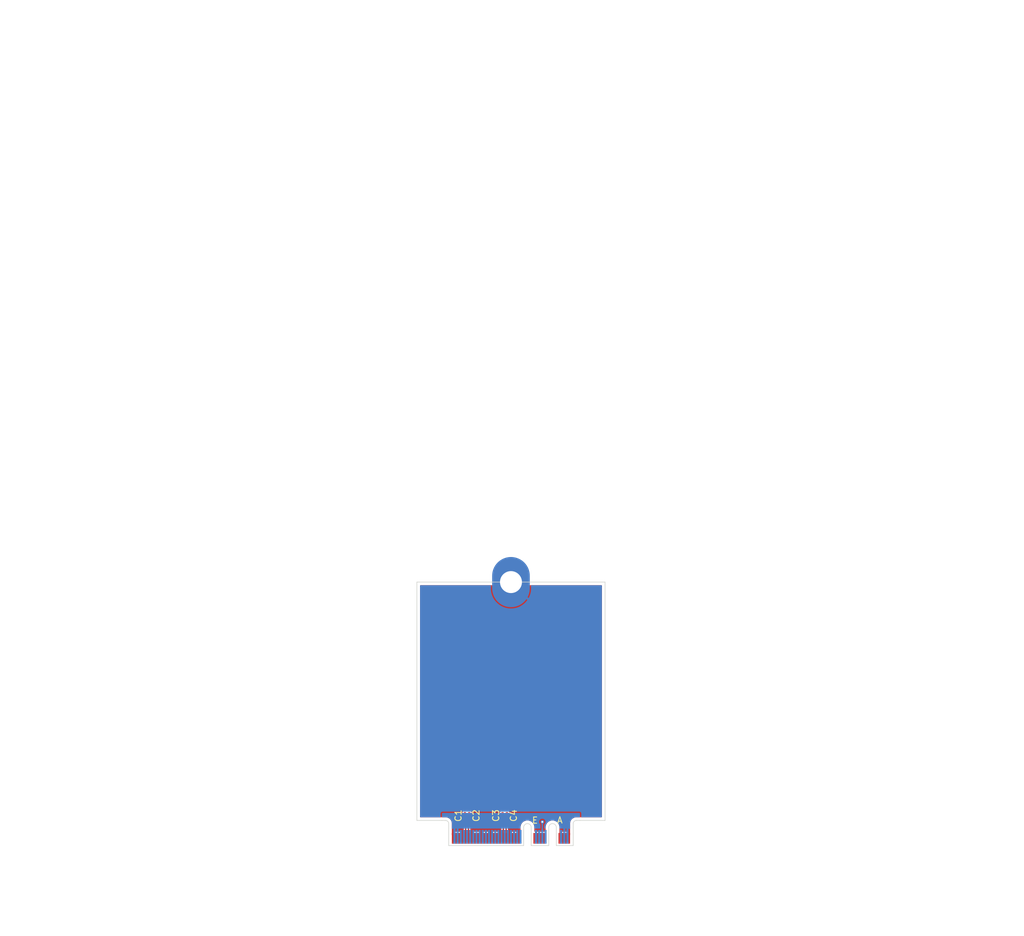
<source format=kicad_pcb>
(kicad_pcb (version 20241229) (generator "pcbnew") (generator_version "9.0")
  (layers (0 "F.Cu" signal) (2 "B.Cu" signal) (13 "F.Paste" user) (15 "B.Paste" user) (5 "F.SilkS" user "F.Silkscreen") (7 "B.SilkS" user "B.Silkscreen") (1 "F.Mask" user) (3 "B.Mask" user) (25 "Edge.Cuts" user))
  (net 0 "")
  (net 1 "GND")
  (net 2 "/M.2 A+E Key/PET1P")
  (net 3 "/M.2 A+E Key/PET0N")
  (net 4 "/M.2 A+E Key/PET1N")
  (net 5 "/M.2 A+E Key/PET0P")
  (net 6 "/PET0-")
  (net 7 "+3.3V")
  (net 8 "/USB_D+")
  (net 9 "/USB_D-")
  (net 10 "/LED#1")
  (net 11 "/LED#2")
  (net 20 "/PER0-")
  (net 22 "/PER0+")
  (net 28 "/REFCLK0+")
  (net 30 "/REFCLK0-")
  (net 31 "/SUSCLK")
  (net 32 "/PERST0#")
  (net 33 "/CLKREQ0#")
  (net 34 "/W_DISABLE2#")
  (net 35 "/PEWAKE#")
  (net 36 "/W_DISABLE1#")
  (net 37 "/I2C_DATA")
  (net 38 "/PER1+")
  (net 39 "/I2C_CLK")
  (net 40 "/PER1-")
  (net 41 "/ALERT#")
  (net 43 "/PERST1#")
  (net 44 "/CLKREQ1#")
  (net 45 "/PEWAKE1#")
  (net 46 "/REFCLK1+")
  (net 47 "/REFCLK1-")
  (net 48 "/PET0+")
  (net 49 "/PET1-")
  (net 50 "/PET1+")
  (footprint "Capacitor_SMD:C_0201_0603Metric" (layer "F.Cu") (at 102.36 153.13 90)
    (property "Reference" "C2" (at 0 1.11 90) (layer "F.SilkS"))
    (property "Value" "220nF")
    (pad "1" smd roundrect (at -0.32 0 90) (size 0.46 0.4) (layers "F.Cu" "F.Mask") (net 2 "/M.2 A+E Key/PET1P"))
    (pad "2" smd roundrect (at 0.32 0 90) (size 0.46 0.4) (layers "F.Cu" "F.Mask") (net 50 "/PET1+"))
  )
  (footprint "Athena KiCAd library:M.2 Mounting Pad" (layer "F.Cu") (at 109.01 115.9)
    (property "Reference" "H1")
    (property "Value" "MountingHole_Pad")
    (pad "1" thru_hole circle (at 0 0) (size 5.5 5.5) (drill 3.5) (property pad_prop_castellated) (layers "*.Cu" "*.Mask") (net 1 "GND") (padstack (mode front_inner_back) (layer "Inner" (shape circle) (size 5.5 5.5)) (layer "B.Cu" (shape oval) (size 6 8))))
  )
  (footprint "Capacitor_SMD:C_0201_0603Metric" (layer "F.Cu") (at 108.36 153.13 90)
    (property "Reference" "C4" (at 0 1.07 90) (layer "F.SilkS"))
    (property "Value" "220nF")
    (pad "1" smd roundrect (at -0.32 0 90) (size 0.46 0.4) (layers "F.Cu" "F.Mask") (net 5 "/M.2 A+E Key/PET0P"))
    (pad "2" smd roundrect (at 0.32 0 90) (size 0.46 0.4) (layers "F.Cu" "F.Mask") (net 48 "/PET0+"))
  )
  (footprint "Capacitor_SMD:C_0201_0603Metric" (layer "F.Cu") (at 101.66 153.13 90)
    (property "Reference" "C1" (at 0 -1.05 90) (layer "F.SilkS"))
    (property "Value" "220nF")
    (pad "1" smd roundrect (at -0.32 0 90) (size 0.46 0.4) (layers "F.Cu" "F.Mask") (net 4 "/M.2 A+E Key/PET1N"))
    (pad "2" smd roundrect (at 0.32 0 90) (size 0.46 0.4) (layers "F.Cu" "F.Mask") (net 49 "/PET1-"))
  )
  (footprint "Capacitor_SMD:C_0201_0603Metric" (layer "F.Cu") (at 107.66 153.13 90)
    (property "Reference" "C3" (at 0 -1.05 90) (layer "F.SilkS"))
    (property "Value" "220nF")
    (pad "1" smd roundrect (at -0.32 0 90) (size 0.46 0.4) (layers "F.Cu" "F.Mask") (net 3 "/M.2 A+E Key/PET0N"))
    (pad "2" smd roundrect (at 0.32 0 90) (size 0.46 0.4) (layers "F.Cu" "F.Mask") (net 6 "/PET0-"))
  )
  (footprint "PCIexpress:M.2 A+E Key Connector" (layer "F.Cu") (at 109.01 156.79)
    (property "Reference" "J1")
    (property "Value" "~")
    (fp_line (start -11 -2.89) (end -10.425 -2.89) (stroke (width 0.1)) (layer "Edge.Cuts") (net 1))
    (fp_line (start -9.925 -2.39) (end -9.925 1.11) (stroke (width 0.1)) (layer "Edge.Cuts") (net 1))
    (fp_line (start 2.025 -1.79) (end 2.025 1.11) (stroke (width 0.1)) (layer "Edge.Cuts") (net 1))
    (fp_line (start 2.025 1.11) (end -9.925 1.11) (stroke (width 0.1)) (layer "Edge.Cuts") (net 1))
    (fp_line (start 3.225 -1.79) (end 3.225 1.11) (stroke (width 0.1)) (layer "Edge.Cuts") (net 1))
    (fp_line (start 3.225 1.11) (end 6.025 1.11) (stroke (width 0.1)) (layer "Edge.Cuts") (net 1))
    (fp_line (start 6.025 -1.79) (end 6.025 1.11) (stroke (width 0.1)) (layer "Edge.Cuts") (net 1))
    (fp_line (start 7.225 -1.79) (end 7.225 1.11) (stroke (width 0.1)) (layer "Edge.Cuts") (net 1))
    (fp_line (start 7.225 1.11) (end 9.925 1.11) (stroke (width 0.1)) (layer "Edge.Cuts") (net 1))
    (fp_line (start 9.925 -2.39) (end 9.925 1.11) (stroke (width 0.1)) (layer "Edge.Cuts") (net 1))
    (fp_line (start 10.425 -2.89) (end 11 -2.89) (stroke (width 0.1)) (layer "Edge.Cuts") (net 1))
    (fp_arc (start -10.425 -2.89) (mid -10.071447 -2.743553) (end -9.925 -2.39) (stroke (width 0.1)) (layer "Edge.Cuts") (net 1))
    (fp_arc (start 2.025 -1.79) (mid 2.625 -2.39) (end 3.225 -1.79) (stroke (width 0.1)) (layer "Edge.Cuts") (net 1))
    (fp_arc (start 6.025 -1.79) (mid 6.625 -2.39) (end 7.225 -1.79) (stroke (width 0.1)) (layer "Edge.Cuts") (net 1))
    (fp_arc (start 9.925 -2.39) (mid 10.071447 -2.743553) (end 10.425 -2.89) (stroke (width 0.1)) (layer "Edge.Cuts") (net 1))
    (fp_text user "A" (at 7.265 -2.345 0) (layer "F.SilkS") (effects (justify left bottom)))
    (fp_text user "E" (at 3.28 -2.32 0) (layer "F.SilkS") (effects (justify left bottom)))
    (pad "1" smd rect (at 9.25 -0.04 180) (size 0.35 1.7) (layers "F.Cu") (net 1 "GND"))
    (pad "2" smd rect (at 9 -0.29 180) (size 0.35 2.2) (layers "B.Cu") (net 7 "+3.3V"))
    (pad "3" smd rect (at 8.75 -0.04 180) (size 0.35 1.7) (layers "F.Cu") (net 8 "/USB_D+"))
    (pad "4" smd rect (at 8.5 -0.29 180) (size 0.35 2.2) (layers "B.Cu") (net 7 "+3.3V"))
    (pad "5" smd rect (at 8.25 -0.04 180) (size 0.35 1.7) (layers "F.Cu") (net 9 "/USB_D-"))
    (pad "6" smd rect (at 8 -0.29 180) (size 0.35 2.2) (layers "B.Cu") (net 10 "/LED#1"))
    (pad "7" smd rect (at 7.75 -0.04 180) (size 0.35 1.7) (layers "F.Cu") (net 1 "GND"))
    (pad "16" smd rect (at 5.5 -0.29 180) (size 0.35 2.2) (layers "B.Cu") (net 11 "/LED#2"))
    (pad "17" smd rect (at 5.25 -0.04 180) (size 0.35 1.7) (layers "F.Cu"))
    (pad "18" smd rect (at 5 -0.29 180) (size 0.35 2.2) (layers "B.Cu") (net 1 "GND"))
    (pad "19" smd rect (at 4.75 -0.04 180) (size 0.35 1.7) (layers "F.Cu"))
    (pad "20" smd rect (at 4.5 -0.29 180) (size 0.35 2.2) (layers "B.Cu"))
    (pad "21" smd rect (at 4.25 -0.04 180) (size 0.35 1.7) (layers "F.Cu"))
    (pad "22" smd rect (at 4 -0.29 180) (size 0.35 2.2) (layers "B.Cu"))
    (pad "23" smd rect (at 3.75 -0.04 180) (size 0.35 1.7) (layers "F.Cu"))
    (pad "32" smd rect (at 1.5 -0.29 180) (size 0.35 2.2) (layers "B.Cu"))
    (pad "33" smd rect (at 1.25 -0.04 180) (size 0.35 1.7) (layers "F.Cu") (net 1 "GND"))
    (pad "34" smd rect (at 1 -0.29 180) (size 0.35 2.2) (layers "B.Cu"))
    (pad "35" smd rect (at 0.75 -0.04 180) (size 0.35 1.7) (layers "F.Cu") (net 20 "/PER0-"))
    (pad "36" smd rect (at 0.5 -0.29 180) (size 0.35 2.2) (layers "B.Cu"))
    (pad "37" smd rect (at 0.25 -0.04 180) (size 0.35 1.7) (layers "F.Cu") (net 22 "/PER0+"))
    (pad "38" smd rect (at 0 -0.29 180) (size 0.35 2.2) (layers "B.Cu"))
    (pad "39" smd rect (at -0.25 -0.04 180) (size 0.35 1.7) (layers "F.Cu") (net 1 "GND"))
    (pad "40" smd rect (at -0.5 -0.29 180) (size 0.35 2.2) (layers "B.Cu"))
    (pad "41" smd rect (at -0.75 -0.04 180) (size 0.35 1.7) (layers "F.Cu") (net 5 "/M.2 A+E Key/PET0P"))
    (pad "42" smd rect (at -1 -0.29 180) (size 0.35 2.2) (layers "B.Cu"))
    (pad "43" smd rect (at -1.25 -0.04 180) (size 0.35 1.7) (layers "F.Cu") (net 3 "/M.2 A+E Key/PET0N"))
    (pad "44" smd rect (at -1.5 -0.29 180) (size 0.35 2.2) (layers "B.Cu"))
    (pad "45" smd rect (at -1.75 -0.04 180) (size 0.35 1.7) (layers "F.Cu") (net 1 "GND"))
    (pad "46" smd rect (at -2 -0.29 180) (size 0.35 2.2) (layers "B.Cu"))
    (pad "47" smd rect (at -2.25 -0.04 180) (size 0.35 1.7) (layers "F.Cu") (net 28 "/REFCLK0+"))
    (pad "48" smd rect (at -2.5 -0.29 180) (size 0.35 2.2) (layers "B.Cu"))
    (pad "49" smd rect (at -2.75 -0.04 180) (size 0.35 1.7) (layers "F.Cu") (net 30 "/REFCLK0-"))
    (pad "50" smd rect (at -3 -0.29 180) (size 0.35 2.2) (layers "B.Cu") (net 31 "/SUSCLK"))
    (pad "51" smd rect (at -3.25 -0.04 180) (size 0.35 1.7) (layers "F.Cu") (net 1 "GND"))
    (pad "52" smd rect (at -3.5 -0.29 180) (size 0.35 2.2) (layers "B.Cu") (net 32 "/PERST0#"))
    (pad "53" smd rect (at -3.75 -0.04 180) (size 0.35 1.7) (layers "F.Cu") (net 33 "/CLKREQ0#"))
    (pad "54" smd rect (at -4 -0.29 180) (size 0.35 2.2) (layers "B.Cu") (net 34 "/W_DISABLE2#"))
    (pad "55" smd rect (at -4.25 -0.04 180) (size 0.35 1.7) (layers "F.Cu") (net 35 "/PEWAKE#"))
    (pad "56" smd rect (at -4.5 -0.29 180) (size 0.35 2.2) (layers "B.Cu") (net 36 "/W_DISABLE1#"))
    (pad "57" smd rect (at -4.75 -0.04 180) (size 0.35 1.7) (layers "F.Cu") (net 1 "GND"))
    (pad "58" smd rect (at -5 -0.29 180) (size 0.35 2.2) (layers "B.Cu") (net 37 "/I2C_DATA"))
    (pad "59" smd rect (at -5.25 -0.04 180) (size 0.35 1.7) (layers "F.Cu") (net 38 "/PER1+"))
    (pad "60" smd rect (at -5.5 -0.29 180) (size 0.35 2.2) (layers "B.Cu") (net 39 "/I2C_CLK"))
    (pad "61" smd rect (at -5.75 -0.04 180) (size 0.35 1.7) (layers "F.Cu") (net 40 "/PER1-"))
    (pad "62" smd rect (at -6 -0.29 180) (size 0.35 2.2) (layers "B.Cu") (net 41 "/ALERT#"))
    (pad "63" smd rect (at -6.25 -0.04 180) (size 0.35 1.7) (layers "F.Cu") (net 1 "GND"))
    (pad "64" smd rect (at -6.5 -0.29 180) (size 0.35 2.2) (layers "B.Cu"))
    (pad "65" smd rect (at -6.75 -0.04 180) (size 0.35 1.7) (layers "F.Cu") (net 2 "/M.2 A+E Key/PET1P"))
    (pad "66" smd rect (at -7 -0.29 180) (size 0.35 2.2) (layers "B.Cu") (net 43 "/PERST1#"))
    (pad "67" smd rect (at -7.25 -0.04 180) (size 0.35 1.7) (layers "F.Cu") (net 4 "/M.2 A+E Key/PET1N"))
    (pad "68" smd rect (at -7.5 -0.29 180) (size 0.35 2.2) (layers "B.Cu") (net 44 "/CLKREQ1#"))
    (pad "69" smd rect (at -7.75 -0.04 180) (size 0.35 1.7) (layers "F.Cu") (net 1 "GND"))
    (pad "70" smd rect (at -8 -0.29 180) (size 0.35 2.2) (layers "B.Cu") (net 45 "/PEWAKE1#"))
    (pad "71" smd rect (at -8.25 -0.04 180) (size 0.35 1.7) (layers "F.Cu") (net 46 "/REFCLK1+"))
    (pad "72" smd rect (at -8.5 -0.29 180) (size 0.35 2.2) (layers "B.Cu") (net 7 "+3.3V"))
    (pad "73" smd rect (at -8.75 -0.04 180) (size 0.35 1.7) (layers "F.Cu") (net 47 "/REFCLK1-"))
    (pad "74" smd rect (at -9 -0.29 180) (size 0.35 2.2) (layers "B.Cu") (net 7 "+3.3V"))
    (pad "75" smd rect (at -9.25 -0.04 180) (size 0.35 1.7) (layers "F.Cu") (net 1 "GND"))
  )
  (gr_line (start 124.01 115.9) (end 94.01 115.9) (stroke (width 0.1)) (layer "Edge.Cuts"))
  (gr_line (start 124.01 153.9) (end 120.01 153.9) (stroke (width 0.1)) (layer "Edge.Cuts"))
  (gr_line (start 98.01 153.9) (end 94.01 153.9) (stroke (width 0.1)) (layer "Edge.Cuts"))
  (gr_line (start 124.01 153.9) (end 124.01 115.9) (stroke (width 0.1)) (layer "Edge.Cuts"))
  (gr_line (start 94.01 115.9) (end 94.01 153.9) (stroke (width 0.1)) (layer "Edge.Cuts"))
  (via (at 114.01 154.13) (size 0.6) (drill 0.3) (layers "F.Cu" "B.Cu") (net 1))
  (segment (start 114.01 154.13) (end 114.01 156.5) (width 0.2) (layer "B.Cu") (net 1))
  (segment (start 102.235 155.449999) (end 102.235 153.920001) (width 0.2) (layer "F.Cu") (net 2))
  (segment (start 102.26 156.75) (end 102.26 155.474999) (width 0.2) (layer "F.Cu") (net 2))
  (segment (start 102.26 155.474999) (end 102.235 155.449999) (width 0.2) (layer "F.Cu") (net 2))
  (segment (start 102.235 153.920001) (end 102.36 153.795001) (width 0.2) (layer "F.Cu") (net 2))
  (segment (start 102.36 153.795001) (end 102.36 153.45) (width 0.2) (layer "F.Cu") (net 2))
  (segment (start 107.785 153.920001) (end 107.66 153.795001) (width 0.2) (layer "F.Cu") (net 3))
  (segment (start 107.76 156.75) (end 107.76 155.474999) (width 0.2) (layer "F.Cu") (net 3))
  (segment (start 107.76 155.474999) (end 107.785 155.449999) (width 0.2) (layer "F.Cu") (net 3))
  (segment (start 107.66 153.795001) (end 107.66 153.45) (width 0.2) (layer "F.Cu") (net 3))
  (segment (start 107.785 155.449999) (end 107.785 153.920001) (width 0.2) (layer "F.Cu") (net 3))
  (segment (start 101.785 153.920001) (end 101.66 153.795001) (width 0.2) (layer "F.Cu") (net 4))
  (segment (start 101.66 153.795001) (end 101.66 153.45) (width 0.2) (layer "F.Cu") (net 4))
  (segment (start 101.76 155.474999) (end 101.785 155.449999) (width 0.2) (layer "F.Cu") (net 4))
  (segment (start 101.785 155.449999) (end 101.785 153.920001) (width 0.2) (layer "F.Cu") (net 4))
  (segment (start 101.76 156.75) (end 101.76 155.474999) (width 0.2) (layer "F.Cu") (net 4))
  (segment (start 108.235 153.920001) (end 108.36 153.795001) (width 0.2) (layer "F.Cu") (net 5))
  (segment (start 108.26 156.75) (end 108.26 155.474999) (width 0.2) (layer "F.Cu") (net 5))
  (segment (start 108.26 155.474999) (end 108.235 155.449999) (width 0.2) (layer "F.Cu") (net 5))
  (segment (start 108.36 153.795001) (end 108.36 153.45) (width 0.2) (layer "F.Cu") (net 5))
  (segment (start 108.235 155.449999) (end 108.235 153.920001) (width 0.2) (layer "F.Cu") (net 5))
  (zone (net 1) (net_name "GND") (layers "F.Cu" "B.Cu") (connect_pads (clearance 0.2)) (min_thickness 0.15) (fill yes (thermal_gap 0.2) (thermal_bridge_width 0.35))
    (polygon (pts (xy 124.01 156.23) (xy 124.01 47.9) (xy 94.01 47.9) (xy 94.01 156.23)))
  )
  (zone (net 7) (net_name "+3.3V") (layer "B.Cu") (priority 1) (connect_pads (clearance 0.2)) (min_thickness 0.15) (fill yes (thermal_gap 0.2) (thermal_bridge_width 0.35))
    (polygon (pts (xy 120.01 156.22) (xy 120.01 152.7) (xy 98.01 152.7) (xy 98.01 156.22)))
  )
)
</source>
